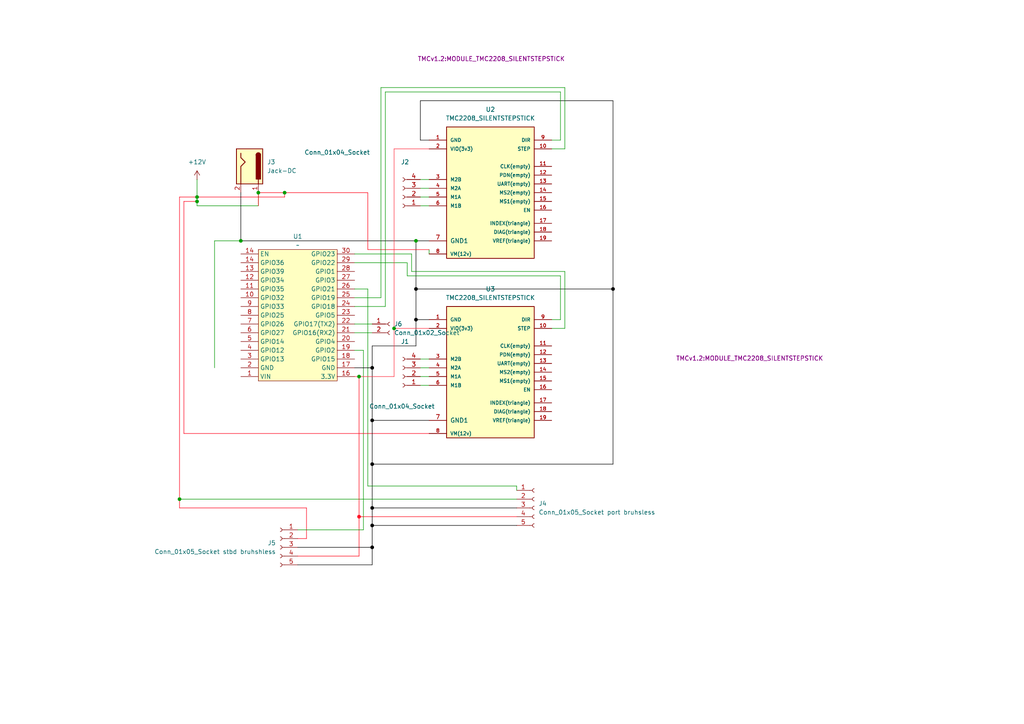
<source format=kicad_sch>
(kicad_sch (version 20231120) (generator "eeschema") (generator_version "8.0")
  (paper "A4")
  (lib_symbols
    (symbol "Connector:Conn_01x02_Socket" (pin_names (offset 1.016) hide)
      (property "Reference" "J" (at 0 2.54 0))
      (property "Value" "Conn_01x02_Socket" (at 0 -5.08 0))
      (symbol "Conn_01x02_Socket_1_1"
        (arc (start 0 -2.032) (mid -0.5058 -2.54) (end 0 -3.048) (stroke (width 0.1524)))
        (polyline (pts (xy -1.27 -2.54) (xy -0.508 -2.54)) (stroke (width 0.1524)))
        (polyline (pts (xy -1.27 0) (xy -0.508 0)) (stroke (width 0.1524)))
        (arc (start 0 0.508) (mid -0.5058 0) (end 0 -0.508) (stroke (width 0.1524)))
        (pin passive line (at -5.08 0 0) (length 3.81) (name "Pin_1") (number "1"))
        (pin passive line (at -5.08 -2.54 0) (length 3.81) (name "Pin_2") (number "2"))
      )
    )
    (symbol "Connector:Conn_01x04_Socket" (pin_names (offset 1.016) hide)
      (property "Reference" "J" (at 0 5.08 0))
      (property "Value" "Conn_01x04_Socket" (at 0 -7.62 0))
      (symbol "Conn_01x04_Socket_1_1"
        (arc (start 0 -4.572) (mid -0.5058 -5.08) (end 0 -5.588) (stroke (width 0.1524)))
        (arc (start 0 -2.032) (mid -0.5058 -2.54) (end 0 -3.048) (stroke (width 0.1524)))
        (polyline (pts (xy -1.27 -5.08) (xy -0.508 -5.08)) (stroke (width 0.1524)))
        (polyline (pts (xy -1.27 -2.54) (xy -0.508 -2.54)) (stroke (width 0.1524)))
        (polyline (pts (xy -1.27 0) (xy -0.508 0)) (stroke (width 0.1524)))
        (polyline (pts (xy -1.27 2.54) (xy -0.508 2.54)) (stroke (width 0.1524)))
        (arc (start 0 0.508) (mid -0.5058 0) (end 0 -0.508) (stroke (width 0.1524)))
        (arc (start 0 3.048) (mid -0.5058 2.54) (end 0 2.032) (stroke (width 0.1524)))
        (pin passive line (at -5.08 2.54 0) (length 3.81) (name "Pin_1") (number "1"))
        (pin passive line (at -5.08 0 0) (length 3.81) (name "Pin_2") (number "2"))
        (pin passive line (at -5.08 -2.54 0) (length 3.81) (name "Pin_3") (number "3"))
        (pin passive line (at -5.08 -5.08 0) (length 3.81) (name "Pin_4") (number "4"))
      )
    )
    (symbol "Connector:Conn_01x05_Socket" (pin_names (offset 1.016) hide)
      (property "Reference" "J" (at 0 7.62 0))
      (property "Value" "Conn_01x05_Socket" (at 0 -7.62 0))
      (symbol "Conn_01x05_Socket_1_1"
        (arc (start 0 -4.572) (mid -0.5058 -5.08) (end 0 -5.588) (stroke (width 0.1524)))
        (arc (start 0 -2.032) (mid -0.5058 -2.54) (end 0 -3.048) (stroke (width 0.1524)))
        (polyline (pts (xy -1.27 -5.08) (xy -0.508 -5.08)) (stroke (width 0.1524)))
        (polyline (pts (xy -1.27 -2.54) (xy -0.508 -2.54)) (stroke (width 0.1524)))
        (polyline (pts (xy -1.27 0) (xy -0.508 0)) (stroke (width 0.1524)))
        (polyline (pts (xy -1.27 2.54) (xy -0.508 2.54)) (stroke (width 0.1524)))
        (polyline (pts (xy -1.27 5.08) (xy -0.508 5.08)) (stroke (width 0.1524)))
        (arc (start 0 0.508) (mid -0.5058 0) (end 0 -0.508) (stroke (width 0.1524)))
        (arc (start 0 3.048) (mid -0.5058 2.54) (end 0 2.032) (stroke (width 0.1524)))
        (arc (start 0 5.588) (mid -0.5058 5.08) (end 0 4.572) (stroke (width 0.1524)))
        (pin passive line (at -5.08 5.08 0) (length 3.81) (name "Pin_1") (number "1"))
        (pin passive line (at -5.08 2.54 0) (length 3.81) (name "Pin_2") (number "2"))
        (pin passive line (at -5.08 0 0) (length 3.81) (name "Pin_3") (number "3"))
        (pin passive line (at -5.08 -2.54 0) (length 3.81) (name "Pin_4") (number "4"))
        (pin passive line (at -5.08 -5.08 0) (length 3.81) (name "Pin_5") (number "5"))
      )
    )
    (symbol "Connector:Jack-DC" (pin_names (offset 1.016))
      (property "Reference" "J" (at 0 5.334 0))
      (property "Value" "Jack-DC" (at 0 -5.08 0))
      (symbol "Jack-DC_0_1"
        (rectangle (start -5.08 3.81) (end 5.08 -3.81) (stroke (width 0.254)) (fill (type background)))
        (arc (start -3.302 3.175) (mid -3.9343 2.54) (end -3.302 1.905) (stroke (width 0.254)))
        (arc (start -3.302 3.175) (mid -3.9343 2.54) (end -3.302 1.905) (stroke (width 0.254)) (fill (type outline)))
        (polyline (pts (xy 5.08 2.54) (xy 3.81 2.54)) (stroke (width 0.254)))
        (polyline (pts (xy -3.81 -2.54) (xy -2.54 -2.54) (xy -1.27 -1.27) (xy 0 -2.54) (xy 2.54 -2.54) (xy 5.08 -2.54)) (stroke (width 0.254)))
        (rectangle (start 3.683 3.175) (end -3.302 1.905) (stroke (width 0.254)) (fill (type outline)))
      )
      (symbol "Jack-DC_1_1"
        (pin passive line (at 7.62 2.54 180) (length 2.54) (name "~") (number "1"))
        (pin passive line (at 7.62 -2.54 180) (length 2.54) (name "~") (number "2"))
      )
    )
    (symbol "ESP32-DOIT-DEVKITV1:ESP32-DEVKIT-DOIT"
      (property "Reference" "U" (at 1.016 17.526 0))
      (symbol "ESP32-DEVKIT-DOIT_1_1"
        (rectangle (start -10.16 16.51) (end 12.7 -21.59) (fill (type background)))
        (pin power_in line (at -15.24 -20.32 0) (length 5.08) (name "VIN") (number "1"))
        (pin bidirectional line (at -15.24 2.54 0) (length 5.08) (name "GPIO32") (number "10"))
        (pin bidirectional line (at -15.24 5.08 0) (length 5.08) (name "GPIO35") (number "11"))
        (pin bidirectional line (at -15.24 7.62 0) (length 5.08) (name "GPIO34") (number "12"))
        (pin bidirectional line (at -15.24 10.16 0) (length 5.08) (name "GPIO39") (number "13"))
        (pin input line (at -15.24 15.24 0) (length 5.08) (name "EN") (number "14"))
        (pin bidirectional line (at -15.24 12.7 0) (length 5.08) (name "GPIO36") (number "14"))
        (pin power_out line (at 17.78 -20.32 180) (length 5.08) (name "3.3V") (number "16"))
        (pin power_in line (at 17.78 -17.78 180) (length 5.08) (name "GND") (number "17"))
        (pin bidirectional line (at 17.78 -15.24 180) (length 5.08) (name "GPIO15") (number "18"))
        (pin bidirectional line (at 17.78 -12.7 180) (length 5.08) (name "GPIO2") (number "19"))
        (pin power_in line (at -15.24 -17.78 0) (length 5.08) (name "GND") (number "2"))
        (pin bidirectional line (at 17.78 -10.16 180) (length 5.08) (name "GPIO4") (number "20"))
        (pin bidirectional line (at 17.78 -7.62 180) (length 5.08) (name "GPIO16(RX2)") (number "21"))
        (pin bidirectional line (at 17.78 -5.08 180) (length 5.08) (name "GPIO17(TX2)") (number "22"))
        (pin bidirectional line (at 17.78 -2.54 180) (length 5.08) (name "GPIO5") (number "23"))
        (pin bidirectional line (at 17.78 0 180) (length 5.08) (name "GPIO18") (number "24"))
        (pin bidirectional line (at 17.78 2.54 180) (length 5.08) (name "GPIO19") (number "25"))
        (pin bidirectional line (at 17.78 5.08 180) (length 5.08) (name "GPIO21") (number "26"))
        (pin bidirectional line (at 17.78 7.62 180) (length 5.08) (name "GPIO3") (number "27"))
        (pin bidirectional line (at 17.78 10.16 180) (length 5.08) (name "GPIO1") (number "28"))
        (pin bidirectional line (at 17.78 12.7 180) (length 5.08) (name "GPIO22") (number "29"))
        (pin bidirectional line (at -15.24 -15.24 0) (length 5.08) (name "GPIO13") (number "3"))
        (pin bidirectional line (at 17.78 15.24 180) (length 5.08) (name "GPIO23") (number "30"))
        (pin bidirectional line (at -15.24 -12.7 0) (length 5.08) (name "GPIO12") (number "4"))
        (pin power_in line (at -15.24 -10.16 0) (length 5.08) (name "GPIO14") (number "5"))
        (pin bidirectional line (at -15.24 -7.62 0) (length 5.08) (name "GPIO27") (number "6"))
        (pin bidirectional line (at -15.24 -5.08 0) (length 5.08) (name "GPIO26") (number "7"))
        (pin bidirectional line (at -15.24 -2.54 0) (length 5.08) (name "GPIO25") (number "8"))
        (pin bidirectional line (at -15.24 0 0) (length 5.08) (name "GPIO33") (number "9"))
      )
    )
    (symbol "TMC2208v1.2:TMC2208_SILENTSTEPSTICK" (pin_names (offset 1.016))
      (property "Reference" "U" (at -12.7 19.05 0))
      (property "Value" "TMC2208_SILENTSTEPSTICK" (at -12.7 -22.86 0))
      (symbol "TMC2208_SILENTSTEPSTICK_0_0"
        (rectangle (start -12.7 17.78) (end 12.7 -20.32) (stroke (width 0.254)) (fill (type background)))
      )
      (symbol "TMC2208_SILENTSTEPSTICK_1_0"
        (pin power_in line (at -17.78 13.97 0) (length 5.08) (name "GND") (number "1"))
        (pin input line (at 17.78 11.43 180) (length 5.08) (name "STEP") (number "10"))
        (pin input line (at 17.78 6.35 180) (length 5.08) (name "CLK(empty)") (number "11"))
        (pin bidirectional line (at 17.78 3.81 180) (length 5.08) (name "PDN(empty)") (number "12"))
        (pin bidirectional line (at 17.78 1.27 180) (length 5.08) (name "UART(empty)") (number "13"))
        (pin input line (at 17.78 -1.27 180) (length 5.08) (name "MS2(empty)") (number "14"))
        (pin input line (at 17.78 -3.81 180) (length 5.08) (name "MS1(empty)") (number "15"))
        (pin input line (at 17.78 -6.35 180) (length 5.08) (name "EN") (number "16"))
        (pin output line (at 17.78 -10.16 180) (length 5.08) (name "INDEX(triangle)") (number "17"))
        (pin output line (at 17.78 -12.7 180) (length 5.08) (name "DIAG(triangle)") (number "18"))
        (pin passive line (at 17.78 -15.24 180) (length 5.08) (name "VREF(triangle)") (number "19"))
        (pin power_in line (at -17.78 11.43 0) (length 5.08) (name "VIO(3v3)") (number "2"))
        (pin passive line (at -17.78 2.54 0) (length 5.08) (name "M2B") (number "3"))
        (pin passive line (at -17.78 0 0) (length 5.08) (name "M2A") (number "4"))
        (pin passive line (at -17.78 -2.54 0) (length 5.08) (name "M1A") (number "5"))
        (pin passive line (at -17.78 -5.08 0) (length 5.08) (name "M1B") (number "6"))
        (pin power_in line (at -17.78 -19.05 0) (length 5.08) (name "VM(12v)") (number "8"))
        (pin input line (at 17.78 13.97 180) (length 5.08) (name "DIR") (number "9"))
      )
      (symbol "TMC2208_SILENTSTEPSTICK_1_1"
        (pin power_in line (at -17.78 -15.24 0) (length 5.08) (name "GND1") (number "7"))
      )
    )
    (symbol "power:+12V" (power) (pin_numbers hide) (pin_names (offset 0) hide)
      (property "Value" "+12V" (at 0 3.556 0))
      (symbol "+12V_0_1"
        (polyline (pts (xy -0.762 1.27) (xy 0 2.54)))
        (polyline (pts (xy 0 0) (xy 0 2.54)))
        (polyline (pts (xy 0 2.54) (xy 0.762 1.27)))
      )
      (symbol "+12V_1_1"
        (pin power_in line (at 0 0 90) (length 0) (name "~") (number "1"))
      )
    )
  )
  (junction (at 104.14 109.22))
  (junction (at 114.3 95.25))
  (junction (at 57.15 57.15))
  (junction (at 74.93 55.88))
  (junction (at 107.95 121.92) (color 2 2 2 1))
  (junction (at 177.8 83.82) (color 0 0 0 1))
  (junction (at 120.65 92.71) (color 2 2 2 1))
  (junction (at 82.55 55.88))
  (junction (at 107.95 147.32) (color 0 0 0 1))
  (junction (at 107.95 152.4) (color 0 0 0 1))
  (junction (at 107.95 134.62) (color 0 0 0 1))
  (junction (at 107.95 106.68) (color 2 2 2 1))
  (junction (at 69.85 69.85))
  (junction (at 120.65 83.82) (color 0 0 0 1))
  (junction (at 57.15 58.42))
  (junction (at 52.07 144.78))
  (junction (at 104.14 149.86) (color 255 10 28 1))
  (junction (at 120.65 69.85))
  (junction (at 107.95 158.75) (color 0 0 0 1))
  (wire (pts (xy 57.15 57.15) (xy 57.15 58.42)))
  (wire (pts (xy 111.76 26.67) (xy 162.56 26.67)))
  (wire (pts (xy 162.56 92.71) (xy 160.02 92.71)))
  (wire (pts (xy 105.41 153.67) (xy 86.36 153.67)))
  (wire (pts (xy 121.92 111.76) (xy 124.46 111.76)))
  (wire (pts (xy 120.65 92.71) (xy 120.65 83.82)) (stroke (width 0) (color 0 0 0 1)))
  (wire (pts (xy 53.34 58.42) (xy 57.15 58.42)) (stroke (width 0) (color 255 0 26 1)))
  (wire (pts (xy 121.92 54.61) (xy 124.46 54.61)))
  (wire (pts (xy 107.95 158.75) (xy 107.95 152.4)) (stroke (width 0) (color 0 0 0 1)))
  (wire (pts (xy 163.83 78.74) (xy 163.83 95.25)))
  (wire (pts (xy 52.07 147.32) (xy 52.07 144.78)) (stroke (width 0) (color 255 0 25 1)))
  (wire (pts (xy 52.07 144.78) (xy 52.07 57.15)) (stroke (width 0) (color 255 0 25 1)))
  (wire (pts (xy 119.38 78.74) (xy 163.83 78.74)))
  (wire (pts (xy 86.36 158.75) (xy 107.95 158.75)) (stroke (width 0) (color 0 0 0 1)))
  (wire (pts (xy 57.15 52.07) (xy 57.15 57.15)))
  (wire (pts (xy 107.95 152.4) (xy 107.95 147.32)) (stroke (width 0) (color 0 0 0 1)))
  (wire (pts (xy 104.14 149.86) (xy 149.86 149.86)) (stroke (width 0) (color 255 0 18 1)))
  (wire (pts (xy 106.68 55.88) (xy 106.68 72.39)) (stroke (width 0) (color 255 0 20 1)))
  (wire (pts (xy 163.83 95.25) (xy 160.02 95.25)))
  (wire (pts (xy 86.36 161.29) (xy 104.14 161.29)) (stroke (width 0) (color 255 0 18 1)))
  (wire (pts (xy 107.95 106.68) (xy 107.95 121.92)) (stroke (width 0) (color 0 0 0 1)))
  (wire (pts (xy 162.56 40.64) (xy 160.02 40.64)))
  (wire (pts (xy 57.15 58.42) (xy 57.15 59.69)))
  (wire (pts (xy 110.49 25.4) (xy 163.83 25.4)))
  (wire (pts (xy 119.38 73.66) (xy 119.38 78.74)))
  (wire (pts (xy 162.56 26.67) (xy 162.56 40.64)))
  (wire (pts (xy 124.46 69.85) (xy 120.65 69.85)) (stroke (width 0) (color 0 0 0 1)))
  (wire (pts (xy 121.92 52.07) (xy 124.46 52.07)))
  (wire (pts (xy 121.92 59.69) (xy 124.46 59.69)))
  (wire (pts (xy 121.92 104.14) (xy 124.46 104.14)))
  (wire (pts (xy 82.55 57.15) (xy 82.55 55.88)) (stroke (width 0) (color 255 0 25 1)))
  (wire (pts (xy 160.02 43.18) (xy 163.83 43.18)))
  (wire (pts (xy 120.65 69.85) (xy 120.65 83.82)) (stroke (width 0) (color 0 0 0 1)))
  (wire (pts (xy 107.95 121.92) (xy 124.46 121.92)) (stroke (width 0) (color 2 2 2 1)))
  (wire (pts (xy 102.87 73.66) (xy 119.38 73.66)))
  (wire (pts (xy 104.14 109.22) (xy 114.3 109.22)) (stroke (width 0) (color 255 48 65 1)))
  (wire (pts (xy 57.15 59.69) (xy 74.93 59.69)))
  (wire (pts (xy 69.85 69.85) (xy 69.85 55.88)) (stroke (width 0) (color 0 0 0 1)))
  (wire (pts (xy 163.83 25.4) (xy 163.83 43.18)))
  (wire (pts (xy 74.93 55.88) (xy 74.93 59.69)) (stroke (width 0) (color 255 0 20 1)))
  (wire (pts (xy 107.95 134.62) (xy 177.8 134.62)) (stroke (width 0) (color 0 0 0 1)))
  (wire (pts (xy 86.36 163.83) (xy 107.95 163.83)) (stroke (width 0) (color 0 0 0 1)))
  (wire (pts (xy 120.65 92.71) (xy 124.46 92.71)) (stroke (width 0) (color 2 2 2 1)))
  (wire (pts (xy 120.65 69.85) (xy 69.85 69.85)) (stroke (width 0) (color 0 0 0 1)))
  (wire (pts (xy 106.68 83.82) (xy 106.68 140.97)))
  (wire (pts (xy 102.87 101.6) (xy 105.41 101.6)))
  (wire (pts (xy 102.87 93.98) (xy 107.95 93.98)))
  (wire (pts (xy 121.92 109.22) (xy 124.46 109.22)))
  (wire (pts (xy 121.92 57.15) (xy 124.46 57.15)))
  (wire (pts (xy 106.68 55.88) (xy 82.55 55.88)) (stroke (width 0) (color 255 0 20 1)))
  (wire (pts (xy 114.3 43.18) (xy 114.3 95.25)) (stroke (width 0) (color 255 48 65 1)))
  (wire (pts (xy 102.87 83.82) (xy 106.68 83.82)))
  (wire (pts (xy 118.11 76.2) (xy 118.11 80.01)))
  (wire (pts (xy 114.3 95.25) (xy 124.46 95.25)) (stroke (width 0) (color 255 48 65 1)))
  (wire (pts (xy 111.76 88.9) (xy 111.76 26.67)))
  (wire (pts (xy 102.87 88.9) (xy 111.76 88.9)))
  (wire (pts (xy 121.92 40.64) (xy 121.92 29.21)) (stroke (width 0) (color 0 0 0 1)))
  (wire (pts (xy 121.92 40.64) (xy 124.46 40.64)) (stroke (width 0) (color 2 2 2 1)))
  (wire (pts (xy 102.87 106.68) (xy 107.95 106.68)) (stroke (width 0) (color 0 0 0 1)))
  (wire (pts (xy 121.92 106.68) (xy 124.46 106.68)))
  (wire (pts (xy 62.23 106.68) (xy 62.23 69.85)))
  (wire (pts (xy 102.87 76.2) (xy 118.11 76.2)))
  (wire (pts (xy 162.56 80.01) (xy 162.56 92.71)))
  (wire (pts (xy 53.34 125.73) (xy 124.46 125.73)) (stroke (width 0) (color 255 0 26 1)))
  (wire (pts (xy 86.36 156.21) (xy 88.9 156.21)) (stroke (width 0) (color 255 0 25 1)))
  (wire (pts (xy 52.07 144.78) (xy 149.86 144.78)))
  (wire (pts (xy 102.87 96.52) (xy 107.95 96.52)))
  (wire (pts (xy 74.93 59.69) (xy 74.93 55.88)))
  (wire (pts (xy 149.86 140.97) (xy 149.86 142.24)))
  (wire (pts (xy 114.3 109.22) (xy 114.3 95.25)) (stroke (width 0) (color 255 48 65 1)))
  (wire (pts (xy 105.41 101.6) (xy 105.41 153.67)))
  (wire (pts (xy 106.68 72.39) (xy 124.46 72.39)) (stroke (width 0) (color 255 0 20 1)))
  (wire (pts (xy 121.92 29.21) (xy 177.8 29.21)) (stroke (width 0) (color 0 0 0 1)))
  (wire (pts (xy 124.46 72.39) (xy 124.46 73.66)))
  (wire (pts (xy 120.65 100.33) (xy 107.95 100.33)) (stroke (width 0) (color 0 0 0 1)))
  (wire (pts (xy 102.87 86.36) (xy 110.49 86.36)))
  (wire (pts (xy 57.15 57.15) (xy 82.55 57.15)) (stroke (width 0) (color 255 0 25 1)))
  (wire (pts (xy 107.95 121.92) (xy 107.95 134.62)) (stroke (width 0) (color 0 0 0 1)))
  (wire (pts (xy 107.95 100.33) (xy 107.95 106.68)) (stroke (width 0) (color 0 0 0 1)))
  (wire (pts (xy 107.95 147.32) (xy 107.95 134.62)) (stroke (width 0) (color 0 0 0 1)))
  (wire (pts (xy 124.46 43.18) (xy 114.3 43.18)) (stroke (width 0) (color 255 48 65 1)))
  (wire (pts (xy 120.65 100.33) (xy 120.65 92.71)) (stroke (width 0) (color 0 0 0 1)))
  (wire (pts (xy 88.9 156.21) (xy 88.9 147.32)) (stroke (width 0) (color 255 0 25 1)))
  (wire (pts (xy 106.68 140.97) (xy 149.86 140.97)))
  (wire (pts (xy 107.95 163.83) (xy 107.95 158.75)) (stroke (width 0) (color 0 0 0 1)))
  (wire (pts (xy 102.87 109.22) (xy 104.14 109.22)) (stroke (width 0) (color 255 48 65 1)))
  (wire (pts (xy 177.8 29.21) (xy 177.8 83.82)) (stroke (width 0) (color 0 0 0 1)))
  (wire (pts (xy 104.14 149.86) (xy 104.14 109.22)) (stroke (width 0) (color 255 0 18 1)))
  (wire (pts (xy 104.14 161.29) (xy 104.14 149.86)) (stroke (width 0) (color 255 0 18 1)))
  (wire (pts (xy 52.07 57.15) (xy 57.15 57.15)) (stroke (width 0) (color 255 0 25 1)))
  (wire (pts (xy 53.34 125.73) (xy 53.34 58.42)) (stroke (width 0) (color 255 0 26 1)))
  (wire (pts (xy 177.8 83.82) (xy 177.8 134.62)) (stroke (width 0) (color 0 0 0 1)))
  (wire (pts (xy 88.9 147.32) (xy 52.07 147.32)) (stroke (width 0) (color 255 0 25 1)))
  (wire (pts (xy 118.11 80.01) (xy 162.56 80.01)))
  (wire (pts (xy 82.55 55.88) (xy 74.93 55.88)) (stroke (width 0) (color 255 0 20 1)))
  (wire (pts (xy 62.23 69.85) (xy 69.85 69.85)))
  (wire (pts (xy 120.65 83.82) (xy 177.8 83.82)) (stroke (width 0) (color 0 0 0 1)))
  (wire (pts (xy 107.95 152.4) (xy 149.86 152.4)) (stroke (width 0) (color 0 0 0 1)))
  (wire (pts (xy 110.49 86.36) (xy 110.49 25.4)))
  (wire (pts (xy 107.95 147.32) (xy 149.86 147.32)) (stroke (width 0) (color 0 0 0 1)))
  (symbol (lib_id "Connector:Jack-DC") (at 72.39 48.26 270) (unit 1)
    (property "Reference" "J3" (at 77.47 46.9899 90) (effects (justify left)))
    (property "Value" "Jack-DC" (at 77.47 49.5299 90) (effects (justify left)))
    (property "Footprint" "Connector_BarrelJack:BarrelJack_CUI_PJ-102AH_Horizontal" (effects (hide yes)))
    (property "Description" "DC Barrel Jack" (effects (hide yes)))
  )
  (symbol (lib_id "ESP32-DOIT-DEVKITV1:ESP32-DEVKIT-DOIT") (at 85.09 88.9 0) (unit 1)
    (property "Reference" "U1" (at 86.36 68.58 0))
    (property "Value" "~" (at 86.36 71.12 0))
    (property "Footprint" "ESP32-DevKit-DOIT:ESP32-DevKitV1-DOIT" (effects (hide yes)))
  )
  (symbol (lib_id "power:+12V") (at 57.15 52.07 0) (unit 1)
    (property "Reference" "#PWR01" (effects (hide yes)))
    (property "Value" "+12V" (at 57.15 46.99 0))
    (property "Description" "Power symbol creates a global label with name \"+12V\"" (effects (hide yes)))
  )
  (symbol (lib_id "Connector:Conn_01x04_Socket") (at 116.84 109.22 180) (unit 1)
    (property "Reference" "J1" (at 117.475 99.06 0))
    (property "Value" "Conn_01x04_Socket" (at 116.586 117.856 0))
    (property "Footprint" "Connector_PinHeader_2.54mm:PinHeader_1x04_P2.54mm_Horizontal" (effects (hide yes)))
    (property "Description" "Generic connector, single row, 01x04, script generated" (effects (hide yes)))
  )
  (symbol (lib_id "Connector:Conn_01x04_Socket") (at 116.84 57.15 180) (unit 1)
    (property "Reference" "J2" (at 117.475 46.99 0))
    (property "Value" "Conn_01x04_Socket" (at 97.79 44.196 0))
    (property "Footprint" "Connector_PinHeader_2.54mm:PinHeader_1x04_P2.54mm_Horizontal" (effects (hide yes)))
    (property "Description" "Generic connector, single row, 01x04, script generated" (effects (hide yes)))
  )
  (symbol (lib_id "Connector:Conn_01x05_Socket") (at 81.28 158.75 0) (mirror y) (unit 1)
    (property "Reference" "J5" (at 80.01 157.4799 0) (effects (justify left)))
    (property "Value" "Conn_01x05_Socket stbd bruhshless" (at 80.01 160.0199 0) (effects (justify left)))
    (property "Footprint" "Connector_PinHeader_2.54mm:PinHeader_1x05_P2.54mm_Horizontal" (effects (hide yes)))
    (property "Description" "Generic connector, single row, 01x05, script generated" (effects (hide yes)))
  )
  (symbol (lib_id "TMC2208v1.2:TMC2208_SILENTSTEPSTICK") (at 142.24 106.68 0) (unit 1)
    (property "Reference" "U3" (at 142.24 83.82 0))
    (property "Value" "TMC2208_SILENTSTEPSTICK" (at 142.24 86.36 0))
    (property "Footprint" "TMCv1.2:MODULE_TMC2208_SILENTSTEPSTICK" (at 217.424 104.648 0) (effects (justify bottom)))
    (property "MF" "Trinamic Motion" (effects (hide yes)))
    (property "Description_1" "\n                        \n                            TMC2208 Motor Controller/Driver, Stepper Power Management Evaluation Board\n                        \n" (effects (hide yes)))
    (property "Package" "None" (effects (hide yes)))
    (property "Price" "None" (effects (hide yes)))
    (property "Check_prices" "https://www.snapeda.com/parts/TMC2208%20SILENTSTEPSTICK/Trinamic/view-part/?ref=eda" (effects (hide yes)))
    (property "SnapEDA_Link" "https://www.snapeda.com/parts/TMC2208%20SILENTSTEPSTICK/Trinamic/view-part/?ref=snap" (effects (hide yes)))
    (property "MP" "TMC2208 SILENTSTEPSTICK" (effects (hide yes)))
    (property "Availability" "In Stock" (effects (hide yes)))
    (property "MANUFACTURER" "Trinamic Motion" (effects (hide yes)))
  )
  (symbol (lib_id "Connector:Conn_01x05_Socket") (at 154.94 147.32 0) (unit 1)
    (property "Reference" "J4" (at 156.21 146.0499 0) (effects (justify left)))
    (property "Value" "Conn_01x05_Socket port bruhsless" (at 156.21 148.5899 0) (effects (justify left)))
    (property "Footprint" "Connector_PinHeader_2.54mm:PinHeader_1x05_P2.54mm_Horizontal" (effects (hide yes)))
    (property "Description" "Generic connector, single row, 01x05, script generated" (effects (hide yes)))
  )
  (symbol (lib_id "Connector:Conn_01x02_Socket") (at 113.03 93.98 0) (unit 1)
    (property "Reference" "J6" (at 114.3 93.9799 0) (effects (justify left)))
    (property "Value" "Conn_01x02_Socket" (at 114.3 96.5199 0) (effects (justify left)))
    (property "Footprint" "Connector_PinHeader_2.54mm:PinHeader_1x02_P2.54mm_Horizontal" (effects (hide yes)))
    (property "Description" "Generic connector, single row, 01x02, script generated" (effects (hide yes)))
  )
  (symbol (lib_id "TMC2208v1.2:TMC2208_SILENTSTEPSTICK") (at 142.24 54.61 0) (unit 1)
    (property "Reference" "U2" (at 142.24 31.75 0))
    (property "Value" "TMC2208_SILENTSTEPSTICK" (at 142.24 34.29 0))
    (property "Footprint" "TMCv1.2:MODULE_TMC2208_SILENTSTEPSTICK" (at 142.494 17.78 0) (effects (justify bottom)))
    (property "MF" "Trinamic Motion" (effects (hide yes)))
    (property "Description_1" "\n                        \n                            TMC2208 Motor Controller/Driver, Stepper Power Management Evaluation Board\n                        \n" (effects (hide yes)))
    (property "Package" "None" (effects (hide yes)))
    (property "Price" "None" (effects (hide yes)))
    (property "Check_prices" "https://www.snapeda.com/parts/TMC2208%20SILENTSTEPSTICK/Trinamic/view-part/?ref=eda" (effects (hide yes)))
    (property "SnapEDA_Link" "https://www.snapeda.com/parts/TMC2208%20SILENTSTEPSTICK/Trinamic/view-part/?ref=snap" (effects (hide yes)))
    (property "MP" "TMC2208 SILENTSTEPSTICK" (effects (hide yes)))
    (property "Availability" "In Stock" (effects (hide yes)))
    (property "MANUFACTURER" "Trinamic Motion" (effects (hide yes)))
  )
)
</source>
